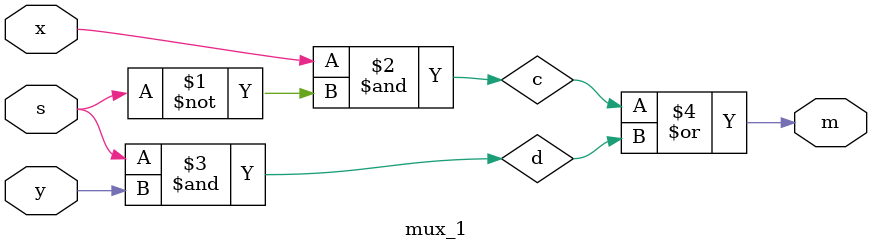
<source format=v>



module mux_1(
    input x,
    input y,
    input s,
    output m
    );
    wire c,d;
    assign c=x&~s;
    assign d=s&y;
    assign m=c|d;
    
    
endmodule

</source>
